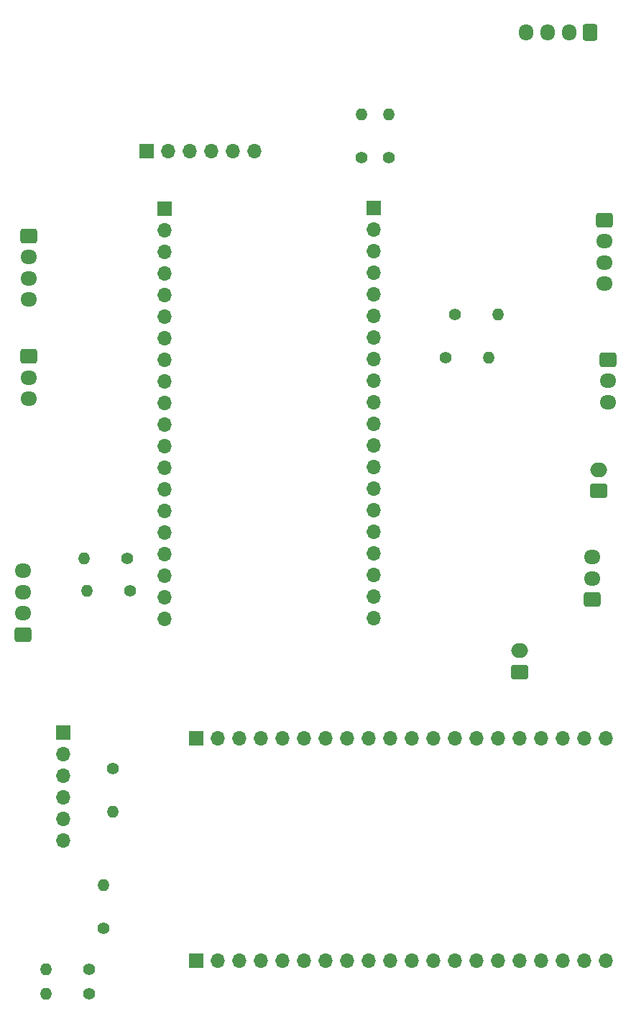
<source format=gts>
%TF.GenerationSoftware,KiCad,Pcbnew,8.0.8-8.0.8-0~ubuntu24.04.1*%
%TF.CreationDate,2025-01-19T21:35:59-03:00*%
%TF.ProjectId,conection,636f6e65-6374-4696-9f6e-2e6b69636164,rev?*%
%TF.SameCoordinates,Original*%
%TF.FileFunction,Soldermask,Top*%
%TF.FilePolarity,Negative*%
%FSLAX46Y46*%
G04 Gerber Fmt 4.6, Leading zero omitted, Abs format (unit mm)*
G04 Created by KiCad (PCBNEW 8.0.8-8.0.8-0~ubuntu24.04.1) date 2025-01-19 21:35:59*
%MOMM*%
%LPD*%
G01*
G04 APERTURE LIST*
G04 Aperture macros list*
%AMRoundRect*
0 Rectangle with rounded corners*
0 $1 Rounding radius*
0 $2 $3 $4 $5 $6 $7 $8 $9 X,Y pos of 4 corners*
0 Add a 4 corners polygon primitive as box body*
4,1,4,$2,$3,$4,$5,$6,$7,$8,$9,$2,$3,0*
0 Add four circle primitives for the rounded corners*
1,1,$1+$1,$2,$3*
1,1,$1+$1,$4,$5*
1,1,$1+$1,$6,$7*
1,1,$1+$1,$8,$9*
0 Add four rect primitives between the rounded corners*
20,1,$1+$1,$2,$3,$4,$5,0*
20,1,$1+$1,$4,$5,$6,$7,0*
20,1,$1+$1,$6,$7,$8,$9,0*
20,1,$1+$1,$8,$9,$2,$3,0*%
G04 Aperture macros list end*
%ADD10RoundRect,0.250000X-0.725000X0.600000X-0.725000X-0.600000X0.725000X-0.600000X0.725000X0.600000X0*%
%ADD11O,1.950000X1.700000*%
%ADD12C,1.400000*%
%ADD13O,1.400000X1.400000*%
%ADD14RoundRect,0.250000X0.725000X-0.600000X0.725000X0.600000X-0.725000X0.600000X-0.725000X-0.600000X0*%
%ADD15R,1.700000X1.700000*%
%ADD16O,1.700000X1.700000*%
%ADD17RoundRect,0.250000X0.600000X0.725000X-0.600000X0.725000X-0.600000X-0.725000X0.600000X-0.725000X0*%
%ADD18O,1.700000X1.950000*%
%ADD19RoundRect,0.250000X0.750000X-0.600000X0.750000X0.600000X-0.750000X0.600000X-0.750000X-0.600000X0*%
%ADD20O,2.000000X1.700000*%
G04 APERTURE END LIST*
D10*
%TO.C,J3*%
X155970000Y-58520000D03*
D11*
X155970000Y-61020000D03*
X155970000Y-63520000D03*
X155970000Y-66020000D03*
%TD*%
D12*
%TO.C,R8*%
X127350000Y-51200000D03*
D13*
X127350000Y-46120000D03*
%TD*%
D12*
%TO.C,R2*%
X98050000Y-123040000D03*
D13*
X98050000Y-128120000D03*
%TD*%
D14*
%TO.C,J1*%
X87510000Y-107290000D03*
D11*
X87510000Y-104790000D03*
X87510000Y-102290000D03*
X87510000Y-99790000D03*
%TD*%
D12*
%TO.C,R7*%
X130550000Y-51190000D03*
D13*
X130550000Y-46110000D03*
%TD*%
D11*
%TO.C,J10*%
X154500000Y-98190000D03*
X154500000Y-100690000D03*
D14*
X154500000Y-103190000D03*
%TD*%
D12*
%TO.C,R10*%
X137260000Y-74680000D03*
D13*
X142340000Y-74680000D03*
%TD*%
D15*
%TO.C,J11*%
X102060000Y-50410000D03*
D16*
X104600000Y-50410000D03*
X107140000Y-50410000D03*
X109680000Y-50410000D03*
X112220000Y-50410000D03*
X114760000Y-50410000D03*
%TD*%
D12*
%TO.C,R6*%
X99780000Y-98310000D03*
D13*
X94700000Y-98310000D03*
%TD*%
D15*
%TO.C,J6*%
X104170000Y-57140000D03*
D16*
X104170000Y-59680000D03*
X104170000Y-62220000D03*
X104170000Y-64760000D03*
X104170000Y-67300000D03*
X104170000Y-69840000D03*
X104170000Y-72380000D03*
X104170000Y-74920000D03*
X104170000Y-77460000D03*
X104170000Y-80000000D03*
X104170000Y-82540000D03*
X104170000Y-85080000D03*
X104170000Y-87620000D03*
X104170000Y-90160000D03*
X104170000Y-92700000D03*
X104170000Y-95240000D03*
X104170000Y-97780000D03*
X104170000Y-100320000D03*
X104170000Y-102860000D03*
X104170000Y-105400000D03*
%TD*%
D12*
%TO.C,R9*%
X138390000Y-69660000D03*
D13*
X143470000Y-69660000D03*
%TD*%
D15*
%TO.C,J9*%
X92230000Y-118840000D03*
D16*
X92230000Y-121380000D03*
X92230000Y-123920000D03*
X92230000Y-126460000D03*
X92230000Y-129000000D03*
X92230000Y-131540000D03*
%TD*%
D15*
%TO.C,J8*%
X107890000Y-145700000D03*
D16*
X110430000Y-145700000D03*
X112970000Y-145700000D03*
X115510000Y-145700000D03*
X118050000Y-145700000D03*
X120590000Y-145700000D03*
X123130000Y-145700000D03*
X125670000Y-145700000D03*
X128210000Y-145700000D03*
X130750000Y-145700000D03*
X133290000Y-145700000D03*
X135830000Y-145700000D03*
X138370000Y-145700000D03*
X140910000Y-145700000D03*
X143450000Y-145700000D03*
X145990000Y-145700000D03*
X148530000Y-145700000D03*
X151070000Y-145700000D03*
X153610000Y-145700000D03*
X156150000Y-145700000D03*
%TD*%
D17*
%TO.C,J2*%
X154280000Y-36460000D03*
D18*
X151780000Y-36460000D03*
X149280000Y-36460000D03*
X146780000Y-36460000D03*
%TD*%
D12*
%TO.C,R4*%
X95230000Y-146670000D03*
D13*
X90150000Y-146670000D03*
%TD*%
D15*
%TO.C,J5*%
X128780000Y-57100000D03*
D16*
X128780000Y-59640000D03*
X128780000Y-62180000D03*
X128780000Y-64720000D03*
X128780000Y-67260000D03*
X128780000Y-69800000D03*
X128780000Y-72340000D03*
X128780000Y-74880000D03*
X128780000Y-77420000D03*
X128780000Y-79960000D03*
X128780000Y-82500000D03*
X128780000Y-85040000D03*
X128780000Y-87580000D03*
X128780000Y-90120000D03*
X128780000Y-92660000D03*
X128780000Y-95200000D03*
X128780000Y-97740000D03*
X128780000Y-100280000D03*
X128780000Y-102820000D03*
X128780000Y-105360000D03*
%TD*%
D12*
%TO.C,R5*%
X100070000Y-102120000D03*
D13*
X94990000Y-102120000D03*
%TD*%
D12*
%TO.C,R1*%
X96980000Y-141890000D03*
D13*
X96980000Y-136810000D03*
%TD*%
D10*
%TO.C,J4*%
X156370000Y-74930000D03*
D11*
X156370000Y-77430000D03*
X156370000Y-79930000D03*
%TD*%
D12*
%TO.C,R3*%
X95280000Y-149540000D03*
D13*
X90200000Y-149540000D03*
%TD*%
D10*
%TO.C,J13*%
X88170000Y-60390000D03*
D11*
X88170000Y-62890000D03*
X88170000Y-65390000D03*
X88170000Y-67890000D03*
%TD*%
D19*
%TO.C,J15*%
X155290000Y-90400000D03*
D20*
X155290000Y-87900000D03*
%TD*%
D15*
%TO.C,J7*%
X107850000Y-119480000D03*
D16*
X110390000Y-119480000D03*
X112930000Y-119480000D03*
X115470000Y-119480000D03*
X118010000Y-119480000D03*
X120550000Y-119480000D03*
X123090000Y-119480000D03*
X125630000Y-119480000D03*
X128170000Y-119480000D03*
X130710000Y-119480000D03*
X133250000Y-119480000D03*
X135790000Y-119480000D03*
X138330000Y-119480000D03*
X140870000Y-119480000D03*
X143410000Y-119480000D03*
X145950000Y-119480000D03*
X148490000Y-119480000D03*
X151030000Y-119480000D03*
X153570000Y-119480000D03*
X156110000Y-119480000D03*
%TD*%
D10*
%TO.C,J14*%
X88120000Y-74540000D03*
D11*
X88120000Y-77040000D03*
X88120000Y-79540000D03*
%TD*%
D19*
%TO.C,J12*%
X145980000Y-111670000D03*
D20*
X145980000Y-109170000D03*
%TD*%
M02*

</source>
